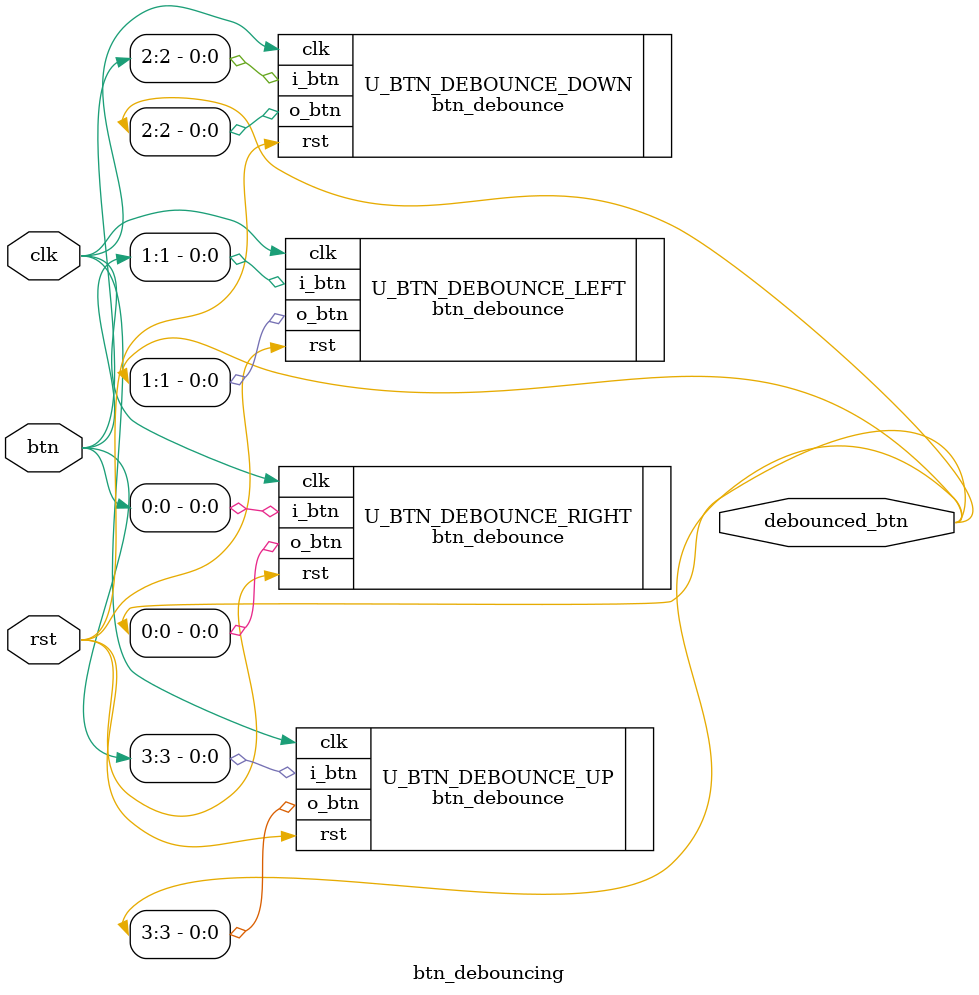
<source format=v>
`timescale 1ns / 1ps

module microwave_top (
    input        clk,
    input        rst,
    input        sw0,
    input  [3:0] btn,
    output       led,
    output       pwm_out,
    output [1:0] motor_dir,
    output [3:0] fnd_com,
    output [7:0] fnd_data
);

  wire [3:0] w_debounced_btn;  //u,d,l,r
  wire [1:0] w_sel;
  wire w_run, w_finish, w_toggle;
  wire [5:0] w_min_data, w_sec_data;

  btn_debouncing U_BTN_DEBOUNCING (
      .clk(clk),
      .rst(rst),
      .btn(btn),
      .debounced_btn(w_debounced_btn)
  );

  microwave_cu U_MICROWAVE_CU (
      .clk(clk),
      .rst(rst),
      .sw0(sw0),
      .finish(w_finish),
      .Btn(w_debounced_btn[1:0]),  //L,R
      .sel(w_sel),  //min, sec
      .run(w_run),
      .toggle(w_toggle)
  );

  microwave_dp U_MICROWAVE_DP (
      .clk(clk),
      .rst(rst),
      .btn(w_debounced_btn[3:2]),  //u,d
      .sel(w_sel),  //min,sec
      .run(w_run),
      .min(w_min_data),
      .sec(w_sec_data),
      .finish(w_finish)
  );

  fnd_controller U_FND_CNTL (
      .clk(clk),
      .reset(rst),
      .sec(w_sec_data),
      .min(w_min_data),
      .fnd_data(fnd_data),
      .fnd_com(fnd_com)
  );

  led_controller U_LED_CNTL (
      .clk(clk),
      .rst(rst),
      .sel({w_toggle, (|w_sel)}),  // finish, setting
      .led(led)
  );

  motor_controller U_MOTOR_CNTL (
      .clk(clk),
      .rst(rst),
      .run(w_run),
      .pwm(pwm_out)
  );

  assign motor_dir = 2'b10;  //forward

endmodule

module btn_debouncing (
    input        clk,
    input        rst,
    input  [3:0] btn,
    output [3:0] debounced_btn
);

  btn_debounce U_BTN_DEBOUNCE_UP (  //u
      .clk  (clk),
      .rst  (rst),
      .i_btn(btn[3]),
      .o_btn(debounced_btn[3])
  );

  btn_debounce U_BTN_DEBOUNCE_DOWN (  //d
      .clk  (clk),
      .rst  (rst),
      .i_btn(btn[2]),
      .o_btn(debounced_btn[2])
  );

  btn_debounce U_BTN_DEBOUNCE_LEFT (  //l
      .clk  (clk),
      .rst  (rst),
      .i_btn(btn[1]),
      .o_btn(debounced_btn[1])
  );

  btn_debounce U_BTN_DEBOUNCE_RIGHT (  //r
      .clk  (clk),
      .rst  (rst),
      .i_btn(btn[0]),
      .o_btn(debounced_btn[0])
  );

endmodule

</source>
